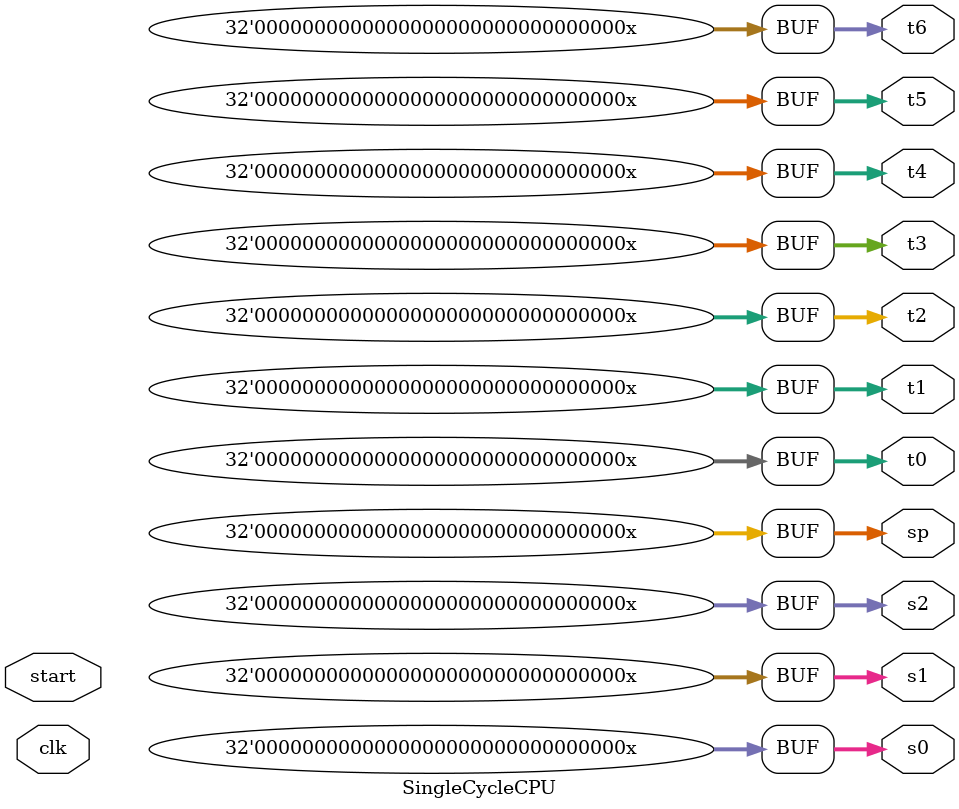
<source format=v>
module SingleCycleCPU (
    input clk,
    input start,
    output signed [31:0] t0,
    output signed [31:0] t1,
    output signed [31:0] t2,
    output signed [31:0] t3,
    output signed [31:0] t4,
    output signed [31:0] t5,
    output signed [31:0] t6,
    output signed [31:0] s0,
    output signed [31:0] s1,
    output signed [31:0] s2,
    output signed [31:0] sp
);

// When input start is zero, cpu should reset
// When input start is high, cpu start running

// TODO: connect wire to realize SingleCycleCPU
// The following provides simple template,
// you can modify it as you wish except I/O pin and register module

PC m_PC(
    .clk(),
    .rst(start),
    .pc_i(),
    .pc_o()
);

Adder m_Adder_1(
    .a(),
    .b(),
    .sum()
);

InstructionMemory m_InstMem(
    .readAddr(),
    .inst()
);

Control m_Control(
    .opcode(),
    .branch(),
    .memRead(),
    .memtoReg(),
    .ALUOp(),
    .memWrite(),
    .ALUSrc(),
    .regWrite()
);

// For Student: 
// Do not change the Register instance name!
// Or you will fail validation.

Register m_Register(
    .clk(),
    .rst(start),
    .regWrite(),
    .readReg1(),
    .readReg2(),
    .writeReg(),
    .writeData(),
    .readData1(),
    .readData2()
);

// ======= for validation ======= 
// == Dont change this section ==
assign t0 = m_Register.regs[5];
assign t1 = m_Register.regs[6];
assign t2 = m_Register.regs[7];
assign s0 = m_Register.regs[8];
assign s1 = m_Register.regs[9];
assign s2 = m_Register.regs[18];
assign t3 = m_Register.regs[28];
assign t4 = m_Register.regs[29];
assign t5 = m_Register.regs[30];
assign t6 = m_Register.regs[31];
assign sp = m_Register.regs[2];
// ======= for vaildation =======

ImmGen m_ImmGen(
    .inst(),
    .imm()
);

ShiftLeftOne m_ShiftLeftOne(
    .i(),
    .o()
);

Adder m_Adder_2(
    .a(),
    .b(),
    .sum()
);

Mux2to1 #(.size(32)) m_Mux_PC(
    .sel(),
    .s0(),
    .s1(),
    .out()
);

Mux2to1 #(.size(32)) m_Mux_ALU(
    .sel(),
    .s0(),
    .s1(),
    .out()
);

ALUCtrl m_ALUCtrl(
    .ALUOp(),
    .funct7(),
    .funct3(),
    .ALUCtl()
);

ALU m_ALU(
    .ALUctl(),
    .A(),
    .B(),
    .ALUOut(),
    .zero()
);

DataMemory m_DataMemory(
    .rst(start),
    .clk(),
    .memWrite(),
    .memRead(),
    .address(),
    .writeData(),
    .readData()
);

Mux2to1 #(.size(32)) m_Mux_WriteData(
    .sel(),
    .s0(),
    .s1(),
    .out()
);

endmodule

</source>
